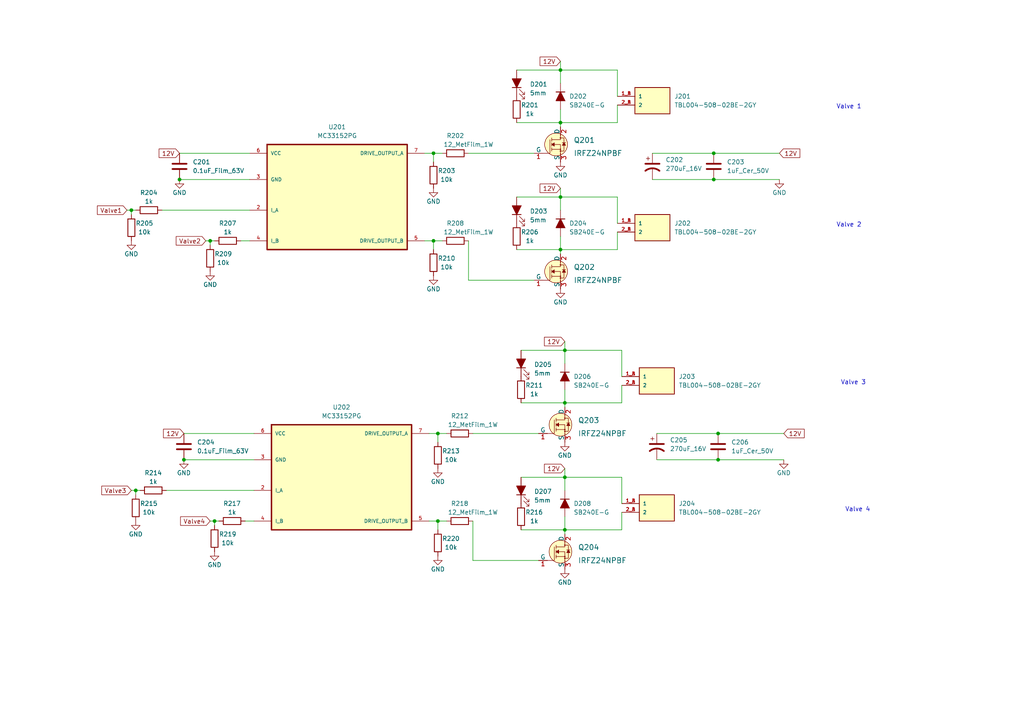
<source format=kicad_sch>
(kicad_sch (version 20211123) (generator eeschema)
  (paper "A4")
  (title_block (title "ESP32-Sprinkler-System") (date "2022-06-06") (rev "1") (company "J & R Creative Technologies Inc.") (comment 1 "@RangenMichael") (comment 2 "https://twitter.com/RangenMichael") (comment 3 "MIT License") (comment 4 "https://github.com/mrangen/ESP32-Sprinkler-System"))
  (lib_symbols
    (symbol "D_Filled_1" (pin_numbers hide) (pin_names (offset 1.016) hide)
      (property "Reference" "D202" (at 2.54 0 90))
      (property "Value" "SB240E-G" (at 2.54 -2.54 90))
      (symbol "D_Filled_1_0_1"
        (polyline (pts (xy -1.27 1.27) (xy -1.27 -1.27)) (stroke (width 0.254)))
        (polyline (pts (xy 1.27 0) (xy -1.27 0)))
        (polyline (pts (xy 1.27 1.27) (xy 1.27 -1.27) (xy -1.27 0) (xy 1.27 1.27)) (stroke (width 0.254)) (fill (type outline)))
      )
      (symbol "D_Filled_1_1_1"
        (pin passive line (at -3.81 0 0) (length 2.54) (name "K") (number "1"))
        (pin passive line (at 3.81 0 180) (length 2.54) (name "A") (number "2"))
      )
    )
    (symbol "Device:C" (pin_numbers hide) (pin_names (offset 0.254))
      (property "Reference" "C" (at 0.635 2.54 0))
      (property "Value" "C" (at 0.635 -2.54 0))
      (symbol "C_0_1"
        (polyline (pts (xy -2.032 -0.762) (xy 2.032 -0.762)) (stroke (width 0.508)))
        (polyline (pts (xy -2.032 0.762) (xy 2.032 0.762)) (stroke (width 0.508)))
      )
      (symbol "C_1_1"
        (pin passive line (at 0 3.81 270) (length 2.794) (name "~") (number "1"))
        (pin passive line (at 0 -3.81 90) (length 2.794) (name "~") (number "2"))
      )
    )
    (symbol "Device:C_Polarized_US" (pin_numbers hide) (pin_names (offset 0.254) hide)
      (property "Reference" "C" (at 0.635 2.54 0))
      (property "Value" "C_Polarized_US" (at 0.635 -2.54 0))
      (symbol "C_Polarized_US_0_1"
        (polyline (pts (xy -2.032 0.762) (xy 2.032 0.762)) (stroke (width 0.508)))
        (polyline (pts (xy -1.778 2.286) (xy -0.762 2.286)))
        (polyline (pts (xy -1.27 1.778) (xy -1.27 2.794)))
        (arc (start 2.032 -1.27) (mid 0 -0.5572) (end -2.032 -1.27) (stroke (width 0.508)))
      )
      (symbol "C_Polarized_US_1_1"
        (pin passive line (at 0 3.81 270) (length 2.794) (name "~") (number "1"))
        (pin passive line (at 0 -3.81 90) (length 3.302) (name "~") (number "2"))
      )
    )
    (symbol "Device:LED_Filled" (pin_numbers hide) (pin_names (offset 1.016) hide)
      (property "Reference" "D" (at 0 2.54 0))
      (property "Value" "LED_Filled" (at 0 -2.54 0))
      (symbol "LED_Filled_0_1"
        (polyline (pts (xy -1.27 -1.27) (xy -1.27 1.27)) (stroke (width 0.254)))
        (polyline (pts (xy -1.27 0) (xy 1.27 0)))
        (polyline (pts (xy 1.27 -1.27) (xy 1.27 1.27) (xy -1.27 0) (xy 1.27 -1.27)) (stroke (width 0.254)) (fill (type outline)))
        (polyline (pts (xy -3.048 -0.762) (xy -4.572 -2.286) (xy -3.81 -2.286) (xy -4.572 -2.286) (xy -4.572 -1.524)))
        (polyline (pts (xy -1.778 -0.762) (xy -3.302 -2.286) (xy -2.54 -2.286) (xy -3.302 -2.286) (xy -3.302 -1.524)))
      )
      (symbol "LED_Filled_1_1"
        (pin passive line (at -3.81 0 0) (length 2.54) (name "K") (number "1"))
        (pin passive line (at 3.81 0 180) (length 2.54) (name "A") (number "2"))
      )
    )
    (symbol "Device:R" (pin_numbers hide) (pin_names (offset 0))
      (property "Reference" "R" (at 2.032 0 90))
      (property "Value" "R" (at 0 0 90))
      (symbol "R_0_1"
        (rectangle (start -1.016 -2.54) (end 1.016 2.54) (stroke (width 0.254)))
      )
      (symbol "R_1_1"
        (pin passive line (at 0 3.81 270) (length 1.27) (name "~") (number "1"))
        (pin passive line (at 0 -3.81 90) (length 1.27) (name "~") (number "2"))
      )
    )
    (symbol "MC33152PG:MC33152PG" (pin_names (offset 1.016))
      (property "Reference" "U202" (at 0 17.78 0))
      (property "Value" "MC33152PG" (at 0 15.24 0))
      (symbol "MC33152PG_0_0"
        (rectangle (start -20.32 -17.78) (end 20.32 12.7) (stroke (width 0.4064)) (fill (type background)))
        (pin no_connect line (at -1.27 11.43 0) (length 5.08) hide (name "N.C_2") (number "1"))
        (pin input line (at -25.4 -6.35 0) (length 5.08) (name "I_A") (number "2"))
        (pin passive line (at -25.4 2.54 0) (length 5.08) (name "GND") (number "3"))
        (pin input line (at -25.4 -15.24 0) (length 5.08) (name "I_B") (number "4"))
        (pin output line (at 25.4 -15.24 180) (length 5.08) (name "DRIVE_OUTPUT_B") (number "5"))
        (pin power_in line (at -25.4 10.16 0) (length 5.08) (name "VCC") (number "6"))
        (pin output line (at 25.4 10.16 180) (length 5.08) (name "DRIVE_OUTPUT_A") (number "7"))
        (pin no_connect line (at -1.27 11.43 0) (length 5.08) hide (name "N.C") (number "8"))
      )
    )
    (symbol "TBL004-508-02BE-2GY:TBL004-508-02BE-2GY" (pin_names (offset 1.016))
      (property "Reference" "J" (at -5.588 5.08 0))
      (property "Value" "TBL004-508-02BE-2GY" (at -5.08 -5.08 0))
      (symbol "TBL004-508-02BE-2GY_0_0"
        (rectangle (start -5.08 -2.54) (end 5.08 5.08) (stroke (width 0.254)) (fill (type background)))
        (pin passive line (at -10.16 2.54 0) (length 5.08) (name "1") (number "1_A"))
        (pin passive line (at -10.16 2.54 0) (length 5.08) (name "1") (number "1_B"))
        (pin passive line (at -10.16 0 0) (length 5.08) (name "2") (number "2_A"))
        (pin passive line (at -10.16 0 0) (length 5.08) (name "2") (number "2_B"))
      )
    )
    (symbol "dk_Transistors-FETs-MOSFETs-Single:IRF510PBF" (pin_names (offset 0))
      (property "Reference" "Q" (at -2.6924 3.6322 0))
      (property "Value" "IRF510PBF" (at 3.4544 0 90))
      (symbol "IRF510PBF_0_1"
        (circle (center -1.27 0) (radius 3.302) (fill (type background)))
        (circle (center 0 -1.905) (radius 0.127))
        (circle (center 0 -1.397) (radius 0.127))
        (polyline (pts (xy 0 -1.397) (xy -2.54 -1.397)))
        (polyline (pts (xy -5.08 -2.54) (xy -3.048 -2.54) (xy -3.048 1.397)))
        (polyline (pts (xy 0 -2.54) (xy 0 0) (xy -2.54 0)))
        (polyline (pts (xy 0 2.54) (xy 0 1.397) (xy -2.54 1.397)))
        (polyline (pts (xy -0.127 -1.905) (xy 1.016 -1.905) (xy 1.016 1.397) (xy 1.016 1.905) (xy -0.127 1.905)))
        (circle (center 0 1.905) (radius 0.127))
      )
      (symbol "IRF510PBF_1_1"
        (polyline (pts (xy -2.54 -1.397) (xy -2.54 -1.905)))
        (polyline (pts (xy -2.54 -1.397) (xy -2.54 -0.889)))
        (polyline (pts (xy -2.54 0) (xy -2.54 -0.508)))
        (polyline (pts (xy -2.54 0) (xy -2.54 0.508)))
        (polyline (pts (xy -2.54 1.905) (xy -2.54 0.889)))
        (polyline (pts (xy 1.524 0.508) (xy 0.508 0.508)))
        (polyline (pts (xy -2.54 0) (xy -1.778 0.508) (xy -1.778 -0.508) (xy -2.54 0)) (fill (type outline)))
        (polyline (pts (xy 1.016 0.508) (xy 0.508 -0.254) (xy 1.524 -0.254) (xy 1.016 0.508)) (fill (type outline)))
        (pin bidirectional line (at -7.62 -2.54 0) (length 2.54) (name "G") (number "1"))
        (pin bidirectional line (at 0 5.08 270) (length 2.54) (name "D") (number "2"))
        (pin bidirectional line (at 0 -5.08 90) (length 2.54) (name "S") (number "3"))
      )
    )
    (symbol "power:GND" (power) (pin_names (offset 0))
      (property "Value" "GND" (at 0 -3.81 0))
      (symbol "GND_0_1"
        (polyline (pts (xy 0 0) (xy 0 -1.27) (xy 1.27 -1.27) (xy 0 -2.54) (xy -1.27 -1.27) (xy 0 -1.27)))
      )
      (symbol "GND_1_1"
        (pin power_in line (at 0 0 270) (length 0) hide (name "GND") (number "1"))
      )
    )
  )
  (junction (at 53.34 133.35))
  (junction (at 207.01 52.07))
  (junction (at 39.37 142.24))
  (junction (at 162.56 20.32))
  (junction (at 125.73 69.85))
  (junction (at 162.56 72.39))
  (junction (at 163.83 138.43))
  (junction (at 125.73 44.45))
  (junction (at 163.83 153.67))
  (junction (at 38.1 60.96))
  (junction (at 163.83 116.84))
  (junction (at 52.07 52.07))
  (junction (at 208.28 133.35))
  (junction (at 163.83 101.6))
  (junction (at 127 151.13))
  (junction (at 162.56 57.15))
  (junction (at 162.56 35.56))
  (junction (at 207.01 44.45))
  (junction (at 127 125.73))
  (junction (at 208.28 125.73))
  (junction (at 62.23 151.13))
  (junction (at 60.96 69.85))
  (wire (pts (xy 162.56 72.39) (xy 179.07 72.39)))
  (wire (pts (xy 163.83 138.43) (xy 151.13 138.43)))
  (wire (pts (xy 162.56 60.96) (xy 162.56 57.15)))
  (wire (pts (xy 125.73 72.39) (xy 125.73 69.85)))
  (wire (pts (xy 190.5 125.73) (xy 208.28 125.73)))
  (wire (pts (xy 163.83 135.89) (xy 163.83 138.43)))
  (wire (pts (xy 163.83 116.84) (xy 163.83 113.03)))
  (wire (pts (xy 162.56 35.56) (xy 162.56 31.75)))
  (wire (pts (xy 179.07 20.32) (xy 162.56 20.32)))
  (wire (pts (xy 163.83 105.41) (xy 163.83 101.6)))
  (wire (pts (xy 162.56 57.15) (xy 149.86 57.15)))
  (wire (pts (xy 39.37 142.24) (xy 40.64 142.24)))
  (wire (pts (xy 52.07 44.45) (xy 72.39 44.45)))
  (wire (pts (xy 162.56 72.39) (xy 162.56 73.66)))
  (wire (pts (xy 62.23 151.13) (xy 63.5 151.13)))
  (wire (pts (xy 149.86 72.39) (xy 162.56 72.39)))
  (wire (pts (xy 149.86 35.56) (xy 162.56 35.56)))
  (wire (pts (xy 162.56 20.32) (xy 149.86 20.32)))
  (wire (pts (xy 48.26 142.24) (xy 73.66 142.24)))
  (wire (pts (xy 135.89 44.45) (xy 154.94 44.45)))
  (wire (pts (xy 53.34 125.73) (xy 73.66 125.73)))
  (wire (pts (xy 180.34 138.43) (xy 163.83 138.43)))
  (wire (pts (xy 180.34 146.05) (xy 180.34 138.43)))
  (wire (pts (xy 69.85 69.85) (xy 72.39 69.85)))
  (wire (pts (xy 151.13 153.67) (xy 163.83 153.67)))
  (wire (pts (xy 36.83 60.96) (xy 38.1 60.96)))
  (wire (pts (xy 190.5 133.35) (xy 208.28 133.35)))
  (wire (pts (xy 207.01 52.07) (xy 226.06 52.07)))
  (wire (pts (xy 39.37 142.24) (xy 39.37 143.51)))
  (wire (pts (xy 180.34 109.22) (xy 180.34 101.6)))
  (wire (pts (xy 60.96 151.13) (xy 62.23 151.13)))
  (wire (pts (xy 208.28 133.35) (xy 227.33 133.35)))
  (wire (pts (xy 163.83 99.06) (xy 163.83 101.6)))
  (wire (pts (xy 162.56 72.39) (xy 162.56 68.58)))
  (wire (pts (xy 137.16 162.56) (xy 156.21 162.56)))
  (wire (pts (xy 135.89 81.28) (xy 154.94 81.28)))
  (wire (pts (xy 71.12 151.13) (xy 73.66 151.13)))
  (wire (pts (xy 125.73 69.85) (xy 128.27 69.85)))
  (wire (pts (xy 179.07 57.15) (xy 162.56 57.15)))
  (wire (pts (xy 151.13 116.84) (xy 163.83 116.84)))
  (wire (pts (xy 163.83 116.84) (xy 180.34 116.84)))
  (wire (pts (xy 123.19 69.85) (xy 125.73 69.85)))
  (wire (pts (xy 127 153.67) (xy 127 151.13)))
  (wire (pts (xy 180.34 101.6) (xy 163.83 101.6)))
  (wire (pts (xy 38.1 142.24) (xy 39.37 142.24)))
  (wire (pts (xy 38.1 60.96) (xy 38.1 62.23)))
  (wire (pts (xy 189.23 52.07) (xy 207.01 52.07)))
  (wire (pts (xy 179.07 64.77) (xy 179.07 57.15)))
  (wire (pts (xy 124.46 125.73) (xy 127 125.73)))
  (wire (pts (xy 163.83 101.6) (xy 151.13 101.6)))
  (wire (pts (xy 46.99 60.96) (xy 72.39 60.96)))
  (wire (pts (xy 162.56 35.56) (xy 162.56 36.83)))
  (wire (pts (xy 123.19 44.45) (xy 125.73 44.45)))
  (wire (pts (xy 137.16 162.56) (xy 137.16 151.13)))
  (wire (pts (xy 127 125.73) (xy 129.54 125.73)))
  (wire (pts (xy 59.69 69.85) (xy 60.96 69.85)))
  (wire (pts (xy 163.83 153.67) (xy 163.83 149.86)))
  (wire (pts (xy 125.73 46.99) (xy 125.73 44.45)))
  (wire (pts (xy 125.73 44.45) (xy 128.27 44.45)))
  (wire (pts (xy 38.1 60.96) (xy 39.37 60.96)))
  (wire (pts (xy 162.56 17.78) (xy 162.56 20.32)))
  (wire (pts (xy 52.07 52.07) (xy 72.39 52.07)))
  (wire (pts (xy 127 151.13) (xy 129.54 151.13)))
  (wire (pts (xy 207.01 44.45) (xy 226.06 44.45)))
  (wire (pts (xy 163.83 153.67) (xy 163.83 154.94)))
  (wire (pts (xy 124.46 151.13) (xy 127 151.13)))
  (wire (pts (xy 127 128.27) (xy 127 125.73)))
  (wire (pts (xy 163.83 153.67) (xy 180.34 153.67)))
  (wire (pts (xy 60.96 69.85) (xy 62.23 69.85)))
  (wire (pts (xy 189.23 44.45) (xy 207.01 44.45)))
  (wire (pts (xy 60.96 69.85) (xy 60.96 71.12)))
  (wire (pts (xy 135.89 81.28) (xy 135.89 69.85)))
  (wire (pts (xy 180.34 153.67) (xy 180.34 148.59)))
  (wire (pts (xy 179.07 35.56) (xy 179.07 30.48)))
  (wire (pts (xy 137.16 125.73) (xy 156.21 125.73)))
  (wire (pts (xy 163.83 142.24) (xy 163.83 138.43)))
  (wire (pts (xy 162.56 24.13) (xy 162.56 20.32)))
  (wire (pts (xy 162.56 54.61) (xy 162.56 57.15)))
  (wire (pts (xy 162.56 35.56) (xy 179.07 35.56)))
  (wire (pts (xy 180.34 116.84) (xy 180.34 111.76)))
  (wire (pts (xy 179.07 27.94) (xy 179.07 20.32)))
  (wire (pts (xy 208.28 125.73) (xy 227.33 125.73)))
  (wire (pts (xy 179.07 72.39) (xy 179.07 67.31)))
  (wire (pts (xy 62.23 151.13) (xy 62.23 152.4)))
  (wire (pts (xy 53.34 133.35) (xy 73.66 133.35)))
  (wire (pts (xy 163.83 116.84) (xy 163.83 118.11)))
  (text "Valve 2" (at 242.57 66.04 0) (effects (font (size 1.27 1.27)) (justify left bottom)))
  (text "Valve 4" (at 245.11 148.59 0) (effects (font (size 1.27 1.27)) (justify left bottom)))
  (text "Valve 1" (at 242.57 31.75 0) (effects (font (size 1.27 1.27)) (justify left bottom)))
  (text "Valve 3" (at 243.84 111.76 0) (effects (font (size 1.27 1.27)) (justify left bottom)))
  (global_label "Valve2" (shape input) (at 59.69 69.85 180) (property "Intersheet References" "${INTERSHEET_REFS}" (effects hide)))
  (global_label "12V" (shape input) (at 52.07 44.45 180) (property "Intersheet References" "${INTERSHEET_REFS}" (effects hide)))
  (global_label "Valve3" (shape input) (at 38.1 142.24 180) (property "Intersheet References" "${INTERSHEET_REFS}" (effects hide)))
  (global_label "12V" (shape input) (at 162.56 54.61 180) (property "Intersheet References" "${INTERSHEET_REFS}" (effects hide)))
  (global_label "Valve4" (shape input) (at 60.96 151.13 180) (property "Intersheet References" "${INTERSHEET_REFS}" (effects hide)))
  (global_label "12V" (shape input) (at 162.56 17.78 180) (property "Intersheet References" "${INTERSHEET_REFS}" (effects hide)))
  (global_label "12V" (shape input) (at 163.83 135.89 180) (property "Intersheet References" "${INTERSHEET_REFS}" (effects hide)))
  (global_label "12V" (shape input) (at 163.83 99.06 180) (property "Intersheet References" "${INTERSHEET_REFS}" (effects hide)))
  (global_label "12V" (shape input) (at 53.34 125.73 180) (property "Intersheet References" "${INTERSHEET_REFS}" (effects hide)))
  (global_label "Valve1" (shape input) (at 36.83 60.96 180) (property "Intersheet References" "${INTERSHEET_REFS}" (effects hide)))
  (global_label "12V" (shape input) (at 227.33 125.73 0) (property "Intersheet References" "${INTERSHEET_REFS}" (effects hide)))
  (global_label "12V" (shape input) (at 226.06 44.45 0) (property "Intersheet References" "${INTERSHEET_REFS}" (effects hide)))
  (symbol (lib_id "Device:R") (at 62.23 156.21 0) (unit 1)
    (property "Reference" "R219" (at 66.04 154.94 0))
    (property "Value" "10k" (at 66.04 157.48 0))
    (property "Footprint" "Resistor_THT:R_Axial_DIN0207_L6.3mm_D2.5mm_P10.16mm_Horizontal" (effects hide))
  )
  (symbol (lib_id "Device:C_Polarized_US") (at 189.23 48.26 0) (unit 1)
    (property "Reference" "C202" (at 193.04 46.3549 0) (effects (justify left)))
    (property "Value" "270uF_16V" (at 193.04 48.8949 0) (effects (justify left)))
    (property "Footprint" "Capacitor_THT:CP_Radial_D6.3mm_P2.50mm" (effects hide))
  )
  (symbol (lib_name "D_Filled_1") (lib_id "Device:D_Filled") (at 162.56 64.77 270) (unit 1)
    (property "Reference" "D204" (at 165.1 64.77 90) (effects (justify left)))
    (property "Value" "SB240E-G" (at 165.1 67.31 90) (effects (justify left)))
    (property "Footprint" "Diode_THT:D_DO-15_P12.70mm_Horizontal" (effects hide))
  )
  (symbol (lib_id "Device:R") (at 149.86 68.58 0) (unit 1)
    (property "Reference" "R206" (at 153.67 67.31 0))
    (property "Value" "1k" (at 153.67 69.85 0))
    (property "Footprint" "Resistor_THT:R_Axial_DIN0207_L6.3mm_D2.5mm_P10.16mm_Horizontal" (effects hide))
  )
  (symbol (lib_id "Device:C_Polarized_US") (at 190.5 129.54 0) (unit 1)
    (property "Reference" "C205" (at 194.31 127.6349 0) (effects (justify left)))
    (property "Value" "270uF_16V" (at 194.31 130.1749 0) (effects (justify left)))
    (property "Footprint" "Capacitor_THT:CP_Radial_D6.3mm_P2.50mm" (effects hide))
  )
  (symbol (lib_id "Device:R") (at 133.35 151.13 90) (unit 1)
    (property "Reference" "R218" (at 133.35 146.05 90))
    (property "Value" "12_MetFilm_1W" (at 137.16 148.59 90))
    (property "Footprint" "Resistor_THT:R_Axial_DIN0207_L6.3mm_D2.5mm_P10.16mm_Horizontal" (effects hide))
  )
  (symbol (lib_id "power:GND") (at 162.56 83.82 0) (unit 1)
    (property "Reference" "#PWR0208" (effects hide))
    (property "Value" "GND" (at 162.56 87.63 0))
  )
  (symbol (lib_id "Device:R") (at 151.13 149.86 0) (unit 1)
    (property "Reference" "R216" (at 154.94 148.59 0))
    (property "Value" "1k" (at 154.94 151.13 0))
    (property "Footprint" "Resistor_THT:R_Axial_DIN0207_L6.3mm_D2.5mm_P10.16mm_Horizontal" (effects hide))
  )
  (symbol (lib_id "TBL004-508-02BE-2GY:TBL004-508-02BE-2GY") (at 190.5 111.76 0) (unit 1)
    (property "Reference" "J203" (at 196.85 109.2199 0) (effects (justify left)))
    (property "Value" "TBL004-508-02BE-2GY" (at 196.85 111.7599 0) (effects (justify left)))
    (property "Footprint" "TBL004-508-02BE-2GY:CUI_TBL004-508-02BE-2GY" (effects hide))
    (property "MANUFACTURER" "CUI" (effects hide))
    (property "STANDARD" "Manufacturer Recommendations" (effects hide))
  )
  (symbol (lib_id "Device:R") (at 43.18 60.96 90) (unit 1)
    (property "Reference" "R204" (at 43.18 55.88 90))
    (property "Value" "1k" (at 43.18 58.42 90))
    (property "Footprint" "Resistor_THT:R_Axial_DIN0207_L6.3mm_D2.5mm_P10.16mm_Horizontal" (effects hide))
  )
  (symbol (lib_id "power:GND") (at 60.96 78.74 0) (unit 1)
    (property "Reference" "#PWR0206" (effects hide))
    (property "Value" "GND" (at 60.96 82.55 0))
  )
  (symbol (lib_id "Device:R") (at 127 132.08 0) (unit 1)
    (property "Reference" "R213" (at 130.81 130.81 0))
    (property "Value" "10k" (at 130.81 133.35 0))
    (property "Footprint" "Resistor_THT:R_Axial_DIN0207_L6.3mm_D2.5mm_P10.16mm_Horizontal" (effects hide))
  )
  (symbol (lib_id "Device:R") (at 133.35 125.73 90) (unit 1)
    (property "Reference" "R212" (at 133.35 120.65 90))
    (property "Value" "12_MetFilm_1W" (at 137.16 123.19 90))
    (property "Footprint" "Resistor_THT:R_Axial_DIN0207_L6.3mm_D2.5mm_P10.16mm_Horizontal" (effects hide))
  )
  (symbol (lib_id "power:GND") (at 38.1 69.85 0) (unit 1)
    (property "Reference" "#PWR0205" (effects hide))
    (property "Value" "GND" (at 38.1 73.66 0))
  )
  (symbol (lib_id "Device:R") (at 67.31 151.13 90) (unit 1)
    (property "Reference" "R217" (at 67.31 146.05 90))
    (property "Value" "1k" (at 67.31 148.59 90))
    (property "Footprint" "Resistor_THT:R_Axial_DIN0207_L6.3mm_D2.5mm_P10.16mm_Horizontal" (effects hide))
  )
  (symbol (lib_id "power:GND") (at 125.73 54.61 0) (unit 1)
    (property "Reference" "#PWR0204" (effects hide))
    (property "Value" "GND" (at 125.73 58.42 0))
  )
  (symbol (lib_id "Device:C") (at 207.01 48.26 0) (unit 1)
    (property "Reference" "C203" (at 210.82 46.9899 0) (effects (justify left)))
    (property "Value" "1uF_Cer_50V" (at 210.82 49.5299 0) (effects (justify left)))
    (property "Footprint" "Capacitor_THT:C_Disc_D7.5mm_W4.4mm_P5.00mm" (effects hide))
  )
  (symbol (lib_id "Device:LED_Filled") (at 151.13 142.24 90) (unit 1)
    (property "Reference" "D207" (at 154.94 142.5574 90) (effects (justify right)))
    (property "Value" "5mm" (at 154.94 145.0974 90) (effects (justify right)))
    (property "Footprint" "LED_THT:LED_D5.0mm" (effects hide))
  )
  (symbol (lib_id "power:GND") (at 62.23 160.02 0) (unit 1)
    (property "Reference" "#PWR0214" (effects hide))
    (property "Value" "GND" (at 62.23 163.83 0))
  )
  (symbol (lib_id "dk_Transistors-FETs-MOSFETs-Single:IRF510PBF") (at 162.56 41.91 0) (unit 1)
    (property "Reference" "Q201" (at 166.37 40.64 0) (effects (font (size 1.524 1.524)) (justify left)))
    (property "Value" "IRFZ24NPBF" (at 166.37 44.45 0) (effects (font (size 1.524 1.524)) (justify left)))
    (property "Footprint" "Package_TO_SOT_THT:TO-220-3_Vertical" (effects hide))
    (property "Datasheet" "http://www.vishay.com/docs/91015/sihf510.pdf" (effects hide))
    (property "Digi-Key_PN" "IRF510PBF-ND" (effects hide))
    (property "MPN" "IRF510PBF" (effects hide))
    (property "Category" "Discrete Semiconductor Products" (effects hide))
    (property "Family" "Transistors - FETs, MOSFETs - Single" (effects hide))
    (property "DK_Datasheet_Link" "http://www.vishay.com/docs/91015/sihf510.pdf" (effects hide))
    (property "DK_Detail_Page" "/product-detail/en/vishay-siliconix/IRF510PBF/IRF510PBF-ND/811710" (effects hide))
    (property "Description" "MOSFET N-CH 100V 5.6A TO-220AB" (effects hide))
    (property "Manufacturer" "Vishay Siliconix" (effects hide))
    (property "Status" "Active" (effects hide))
  )
  (symbol (lib_id "power:GND") (at 163.83 128.27 0) (unit 1)
    (property "Reference" "#PWR0209" (effects hide))
    (property "Value" "GND" (at 163.83 132.08 0))
  )
  (symbol (lib_id "dk_Transistors-FETs-MOSFETs-Single:IRF510PBF") (at 163.83 160.02 0) (unit 1)
    (property "Reference" "Q204" (at 167.64 158.75 0) (effects (font (size 1.524 1.524)) (justify left)))
    (property "Value" "IRFZ24NPBF" (at 167.64 162.56 0) (effects (font (size 1.524 1.524)) (justify left)))
    (property "Footprint" "Package_TO_SOT_THT:TO-220-3_Vertical" (effects hide))
    (property "Datasheet" "http://www.vishay.com/docs/91015/sihf510.pdf" (effects hide))
    (property "Digi-Key_PN" "IRF510PBF-ND" (effects hide))
    (property "MPN" "IRF510PBF" (effects hide))
    (property "Category" "Discrete Semiconductor Products" (effects hide))
    (property "Family" "Transistors - FETs, MOSFETs - Single" (effects hide))
    (property "DK_Datasheet_Link" "http://www.vishay.com/docs/91015/sihf510.pdf" (effects hide))
    (property "DK_Detail_Page" "/product-detail/en/vishay-siliconix/IRF510PBF/IRF510PBF-ND/811710" (effects hide))
    (property "Description" "MOSFET N-CH 100V 5.6A TO-220AB" (effects hide))
    (property "Manufacturer" "Vishay Siliconix" (effects hide))
    (property "Status" "Active" (effects hide))
  )
  (symbol (lib_id "Device:R") (at 66.04 69.85 90) (unit 1)
    (property "Reference" "R207" (at 66.04 64.77 90))
    (property "Value" "1k" (at 66.04 67.31 90))
    (property "Footprint" "Resistor_THT:R_Axial_DIN0207_L6.3mm_D2.5mm_P10.16mm_Horizontal" (effects hide))
  )
  (symbol (lib_id "Device:LED_Filled") (at 151.13 105.41 90) (unit 1)
    (property "Reference" "D205" (at 154.94 105.7274 90) (effects (justify right)))
    (property "Value" "5mm" (at 154.94 108.2674 90) (effects (justify right)))
    (property "Footprint" "LED_THT:LED_D5.0mm" (effects hide))
  )
  (symbol (lib_id "MC33152PG:MC33152PG") (at 97.79 54.61 0) (unit 1)
    (property "Reference" "U201" (at 97.79 36.83 0))
    (property "Value" "MC33152PG" (at 97.79 39.37 0))
    (property "Footprint" "Package_DIP:DIP-8_W7.62mm" (effects hide))
    (property "PACKAGE" "PDIP-8" (effects hide))
    (property "SUPPLIER" "On Semiconductors" (effects hide))
    (property "MPN" "MC33152PG" (effects hide))
    (property "OC_FARNELL" "9666788" (effects hide))
    (property "OC_NEWARK" "45J1167" (effects hide))
  )
  (symbol (lib_id "dk_Transistors-FETs-MOSFETs-Single:IRF510PBF") (at 163.83 123.19 0) (unit 1)
    (property "Reference" "Q203" (at 167.64 121.92 0) (effects (font (size 1.524 1.524)) (justify left)))
    (property "Value" "IRFZ24NPBF" (at 167.64 125.73 0) (effects (font (size 1.524 1.524)) (justify left)))
    (property "Footprint" "Package_TO_SOT_THT:TO-220-3_Vertical" (effects hide))
    (property "Datasheet" "http://www.vishay.com/docs/91015/sihf510.pdf" (effects hide))
    (property "Digi-Key_PN" "IRF510PBF-ND" (effects hide))
    (property "MPN" "IRF510PBF" (effects hide))
    (property "Category" "Discrete Semiconductor Products" (effects hide))
    (property "Family" "Transistors - FETs, MOSFETs - Single" (effects hide))
    (property "DK_Datasheet_Link" "http://www.vishay.com/docs/91015/sihf510.pdf" (effects hide))
    (property "DK_Detail_Page" "/product-detail/en/vishay-siliconix/IRF510PBF/IRF510PBF-ND/811710" (effects hide))
    (property "Description" "MOSFET N-CH 100V 5.6A TO-220AB" (effects hide))
    (property "Manufacturer" "Vishay Siliconix" (effects hide))
    (property "Status" "Active" (effects hide))
  )
  (symbol (lib_id "power:GND") (at 53.34 133.35 0) (unit 1)
    (property "Reference" "#PWR0210" (effects hide))
    (property "Value" "GND" (at 53.34 137.16 0))
  )
  (symbol (lib_name "D_Filled_1") (lib_id "Device:D_Filled") (at 162.56 27.94 270) (unit 1)
    (property "Reference" "D202" (at 165.1 27.94 90) (effects (justify left)))
    (property "Value" "SB240E-G" (at 165.1 30.48 90) (effects (justify left)))
    (property "Footprint" "Diode_THT:D_DO-15_P12.70mm_Horizontal" (effects hide))
  )
  (symbol (lib_id "Device:R") (at 60.96 74.93 0) (unit 1)
    (property "Reference" "R209" (at 64.77 73.66 0))
    (property "Value" "10k" (at 64.77 76.2 0))
    (property "Footprint" "Resistor_THT:R_Axial_DIN0207_L6.3mm_D2.5mm_P10.16mm_Horizontal" (effects hide))
  )
  (symbol (lib_id "dk_Transistors-FETs-MOSFETs-Single:IRF510PBF") (at 162.56 78.74 0) (unit 1)
    (property "Reference" "Q202" (at 166.37 77.47 0) (effects (font (size 1.524 1.524)) (justify left)))
    (property "Value" "IRFZ24NPBF" (at 166.37 81.28 0) (effects (font (size 1.524 1.524)) (justify left)))
    (property "Footprint" "Package_TO_SOT_THT:TO-220-3_Vertical" (effects hide))
    (property "Datasheet" "http://www.vishay.com/docs/91015/sihf510.pdf" (effects hide))
    (property "Digi-Key_PN" "IRF510PBF-ND" (effects hide))
    (property "MPN" "IRF510PBF" (effects hide))
    (property "Category" "Discrete Semiconductor Products" (effects hide))
    (property "Family" "Transistors - FETs, MOSFETs - Single" (effects hide))
    (property "DK_Datasheet_Link" "http://www.vishay.com/docs/91015/sihf510.pdf" (effects hide))
    (property "DK_Detail_Page" "/product-detail/en/vishay-siliconix/IRF510PBF/IRF510PBF-ND/811710" (effects hide))
    (property "Description" "MOSFET N-CH 100V 5.6A TO-220AB" (effects hide))
    (property "Manufacturer" "Vishay Siliconix" (effects hide))
    (property "Status" "Active" (effects hide))
  )
  (symbol (lib_id "Device:R") (at 127 157.48 0) (unit 1)
    (property "Reference" "R220" (at 130.81 156.21 0))
    (property "Value" "10k" (at 130.81 158.75 0))
    (property "Footprint" "Resistor_THT:R_Axial_DIN0207_L6.3mm_D2.5mm_P10.16mm_Horizontal" (effects hide))
  )
  (symbol (lib_id "TBL004-508-02BE-2GY:TBL004-508-02BE-2GY") (at 189.23 30.48 0) (unit 1)
    (property "Reference" "J201" (at 195.58 27.9399 0) (effects (justify left)))
    (property "Value" "TBL004-508-02BE-2GY" (at 195.58 30.4799 0) (effects (justify left)))
    (property "Footprint" "TBL004-508-02BE-2GY:CUI_TBL004-508-02BE-2GY" (effects hide))
    (property "MANUFACTURER" "CUI" (effects hide))
    (property "STANDARD" "Manufacturer Recommendations" (effects hide))
  )
  (symbol (lib_name "D_Filled_1") (lib_id "Device:D_Filled") (at 163.83 146.05 270) (unit 1)
    (property "Reference" "D208" (at 166.37 146.05 90) (effects (justify left)))
    (property "Value" "SB240E-G" (at 166.37 148.59 90) (effects (justify left)))
    (property "Footprint" "Diode_THT:D_DO-15_P12.70mm_Horizontal" (effects hide))
  )
  (symbol (lib_id "MC33152PG:MC33152PG") (at 99.06 135.89 0) (unit 1)
    (property "Reference" "U202" (at 99.06 118.11 0))
    (property "Value" "MC33152PG" (at 99.06 120.65 0))
    (property "Footprint" "Package_DIP:DIP-8_W7.62mm" (effects hide))
    (property "PACKAGE" "PDIP-8" (effects hide))
    (property "SUPPLIER" "On Semiconductors" (effects hide))
    (property "MPN" "MC33152PG" (effects hide))
    (property "OC_FARNELL" "9666788" (effects hide))
    (property "OC_NEWARK" "45J1167" (effects hide))
  )
  (symbol (lib_id "Device:R") (at 149.86 31.75 0) (unit 1)
    (property "Reference" "R201" (at 153.67 30.48 0))
    (property "Value" "1k" (at 153.67 33.02 0))
    (property "Footprint" "Resistor_THT:R_Axial_DIN0207_L6.3mm_D2.5mm_P10.16mm_Horizontal" (effects hide))
  )
  (symbol (lib_id "Device:R") (at 44.45 142.24 90) (unit 1)
    (property "Reference" "R214" (at 44.45 137.16 90))
    (property "Value" "1k" (at 44.45 139.7 90))
    (property "Footprint" "Resistor_THT:R_Axial_DIN0207_L6.3mm_D2.5mm_P10.16mm_Horizontal" (effects hide))
  )
  (symbol (lib_id "Device:R") (at 39.37 147.32 0) (unit 1)
    (property "Reference" "R215" (at 43.18 146.05 0))
    (property "Value" "10k" (at 43.18 148.59 0))
    (property "Footprint" "Resistor_THT:R_Axial_DIN0207_L6.3mm_D2.5mm_P10.16mm_Horizontal" (effects hide))
  )
  (symbol (lib_id "Device:R") (at 132.08 44.45 90) (unit 1)
    (property "Reference" "R202" (at 132.08 39.37 90))
    (property "Value" "12_MetFilm_1W" (at 135.89 41.91 90))
    (property "Footprint" "Resistor_THT:R_Axial_DIN0207_L6.3mm_D2.5mm_P10.16mm_Horizontal" (effects hide))
  )
  (symbol (lib_id "Device:R") (at 125.73 50.8 0) (unit 1)
    (property "Reference" "R203" (at 129.54 49.53 0))
    (property "Value" "10k" (at 129.54 52.07 0))
    (property "Footprint" "Resistor_THT:R_Axial_DIN0207_L6.3mm_D2.5mm_P10.16mm_Horizontal" (effects hide))
  )
  (symbol (lib_id "power:GND") (at 226.06 52.07 0) (unit 1)
    (property "Reference" "#PWR0203" (effects hide))
    (property "Value" "GND" (at 226.06 55.88 0))
  )
  (symbol (lib_id "power:GND") (at 39.37 151.13 0) (unit 1)
    (property "Reference" "#PWR0213" (effects hide))
    (property "Value" "GND" (at 39.37 154.94 0))
  )
  (symbol (lib_id "Device:LED_Filled") (at 149.86 60.96 90) (unit 1)
    (property "Reference" "D203" (at 153.67 61.2774 90) (effects (justify right)))
    (property "Value" "5mm" (at 153.67 63.8174 90) (effects (justify right)))
    (property "Footprint" "LED_THT:LED_D5.0mm" (effects hide))
  )
  (symbol (lib_id "Device:R") (at 132.08 69.85 90) (unit 1)
    (property "Reference" "R208" (at 132.08 64.77 90))
    (property "Value" "12_MetFilm_1W" (at 135.89 67.31 90))
    (property "Footprint" "Resistor_THT:R_Axial_DIN0207_L6.3mm_D2.5mm_P10.16mm_Horizontal" (effects hide))
  )
  (symbol (lib_name "D_Filled_1") (lib_id "Device:D_Filled") (at 163.83 109.22 270) (unit 1)
    (property "Reference" "D206" (at 166.37 109.22 90) (effects (justify left)))
    (property "Value" "SB240E-G" (at 166.37 111.76 90) (effects (justify left)))
    (property "Footprint" "Diode_THT:D_DO-15_P12.70mm_Horizontal" (effects hide))
  )
  (symbol (lib_id "power:GND") (at 125.73 80.01 0) (unit 1)
    (property "Reference" "#PWR0207" (effects hide))
    (property "Value" "GND" (at 125.73 83.82 0))
  )
  (symbol (lib_id "Device:C") (at 208.28 129.54 0) (unit 1)
    (property "Reference" "C206" (at 212.09 128.2699 0) (effects (justify left)))
    (property "Value" "1uF_Cer_50V" (at 212.09 130.8099 0) (effects (justify left)))
    (property "Footprint" "Capacitor_THT:C_Disc_D7.5mm_W4.4mm_P5.00mm" (effects hide))
  )
  (symbol (lib_id "Device:R") (at 151.13 113.03 0) (unit 1)
    (property "Reference" "R211" (at 154.94 111.76 0))
    (property "Value" "1k" (at 154.94 114.3 0))
    (property "Footprint" "Resistor_THT:R_Axial_DIN0207_L6.3mm_D2.5mm_P10.16mm_Horizontal" (effects hide))
  )
  (symbol (lib_id "power:GND") (at 227.33 133.35 0) (unit 1)
    (property "Reference" "#PWR0211" (effects hide))
    (property "Value" "GND" (at 227.33 137.16 0))
  )
  (symbol (lib_id "Device:C") (at 53.34 129.54 0) (unit 1)
    (property "Reference" "C204" (at 57.15 128.2699 0) (effects (justify left)))
    (property "Value" "0.1uF_Film_63V" (at 57.15 130.8099 0) (effects (justify left)))
    (property "Footprint" "Capacitor_THT:C_Rect_L7.0mm_W2.5mm_P5.00mm" (effects hide))
  )
  (symbol (lib_id "power:GND") (at 127 135.89 0) (unit 1)
    (property "Reference" "#PWR0212" (effects hide))
    (property "Value" "GND" (at 127 139.7 0))
  )
  (symbol (lib_id "Device:R") (at 125.73 76.2 0) (unit 1)
    (property "Reference" "R210" (at 129.54 74.93 0))
    (property "Value" "10k" (at 129.54 77.47 0))
    (property "Footprint" "Resistor_THT:R_Axial_DIN0207_L6.3mm_D2.5mm_P10.16mm_Horizontal" (effects hide))
  )
  (symbol (lib_id "power:GND") (at 127 161.29 0) (unit 1)
    (property "Reference" "#PWR0215" (effects hide))
    (property "Value" "GND" (at 127 165.1 0))
  )
  (symbol (lib_id "Device:LED_Filled") (at 149.86 24.13 90) (unit 1)
    (property "Reference" "D201" (at 153.67 24.4474 90) (effects (justify right)))
    (property "Value" "5mm" (at 153.67 26.9874 90) (effects (justify right)))
    (property "Footprint" "LED_THT:LED_D5.0mm" (effects hide))
  )
  (symbol (lib_id "Device:R") (at 38.1 66.04 0) (unit 1)
    (property "Reference" "R205" (at 41.91 64.77 0))
    (property "Value" "10k" (at 41.91 67.31 0))
    (property "Footprint" "Resistor_THT:R_Axial_DIN0207_L6.3mm_D2.5mm_P10.16mm_Horizontal" (effects hide))
  )
  (symbol (lib_id "TBL004-508-02BE-2GY:TBL004-508-02BE-2GY") (at 189.23 67.31 0) (unit 1)
    (property "Reference" "J202" (at 195.58 64.7699 0) (effects (justify left)))
    (property "Value" "TBL004-508-02BE-2GY" (at 195.58 67.3099 0) (effects (justify left)))
    (property "Footprint" "TBL004-508-02BE-2GY:CUI_TBL004-508-02BE-2GY" (effects hide))
    (property "MANUFACTURER" "CUI" (effects hide))
    (property "STANDARD" "Manufacturer Recommendations" (effects hide))
  )
  (symbol (lib_id "power:GND") (at 162.56 46.99 0) (unit 1)
    (property "Reference" "#PWR0201" (effects hide))
    (property "Value" "GND" (at 162.56 50.8 0))
  )
  (symbol (lib_id "power:GND") (at 52.07 52.07 0) (unit 1)
    (property "Reference" "#PWR0202" (effects hide))
    (property "Value" "GND" (at 52.07 55.88 0))
  )
  (symbol (lib_id "power:GND") (at 163.83 165.1 0) (unit 1)
    (property "Reference" "#PWR0216" (effects hide))
    (property "Value" "GND" (at 163.83 168.91 0))
  )
  (symbol (lib_id "TBL004-508-02BE-2GY:TBL004-508-02BE-2GY") (at 190.5 148.59 0) (unit 1)
    (property "Reference" "J204" (at 196.85 146.0499 0) (effects (justify left)))
    (property "Value" "TBL004-508-02BE-2GY" (at 196.85 148.5899 0) (effects (justify left)))
    (property "Footprint" "TBL004-508-02BE-2GY:CUI_TBL004-508-02BE-2GY" (effects hide))
    (property "MANUFACTURER" "CUI" (effects hide))
    (property "STANDARD" "Manufacturer Recommendations" (effects hide))
  )
  (symbol (lib_id "Device:C") (at 52.07 48.26 0) (unit 1)
    (property "Reference" "C201" (at 55.88 46.9899 0) (effects (justify left)))
    (property "Value" "0.1uF_Film_63V" (at 55.88 49.5299 0) (effects (justify left)))
    (property "Footprint" "Capacitor_THT:C_Rect_L7.0mm_W2.5mm_P5.00mm" (effects hide))
  )
)
</source>
